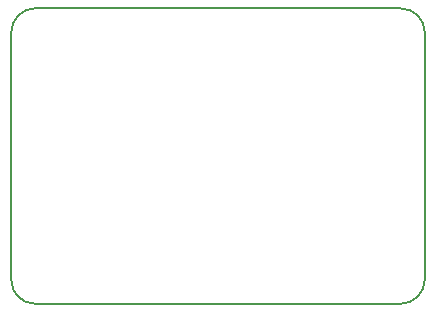
<source format=gbr>
%TF.GenerationSoftware,KiCad,Pcbnew,5.1.9-73d0e3b20d~88~ubuntu20.04.1*%
%TF.CreationDate,2021-03-06T00:26:18+00:00*%
%TF.ProjectId,SMA_to_uFL,534d415f-746f-45f7-9546-4c2e6b696361,1.0*%
%TF.SameCoordinates,Original*%
%TF.FileFunction,Profile,NP*%
%FSLAX46Y46*%
G04 Gerber Fmt 4.6, Leading zero omitted, Abs format (unit mm)*
G04 Created by KiCad (PCBNEW 5.1.9-73d0e3b20d~88~ubuntu20.04.1) date 2021-03-06 00:26:18*
%MOMM*%
%LPD*%
G01*
G04 APERTURE LIST*
%TA.AperFunction,Profile*%
%ADD10C,0.150000*%
%TD*%
G04 APERTURE END LIST*
D10*
X75000000Y-47500000D02*
G75*
G03*
X73000000Y-49500000I0J-2000000D01*
G01*
X108000000Y-49500000D02*
G75*
G03*
X106000000Y-47500000I-2000000J0D01*
G01*
X73000000Y-70500000D02*
G75*
G03*
X75000000Y-72500000I2000000J0D01*
G01*
X106000000Y-72500000D02*
G75*
G03*
X108000000Y-70500000I0J2000000D01*
G01*
X73000000Y-70500000D02*
X73000000Y-49500000D01*
X106000000Y-72500000D02*
X75000000Y-72500000D01*
X108000000Y-49500000D02*
X108000000Y-70500000D01*
X75000000Y-47500000D02*
X106000000Y-47500000D01*
M02*

</source>
